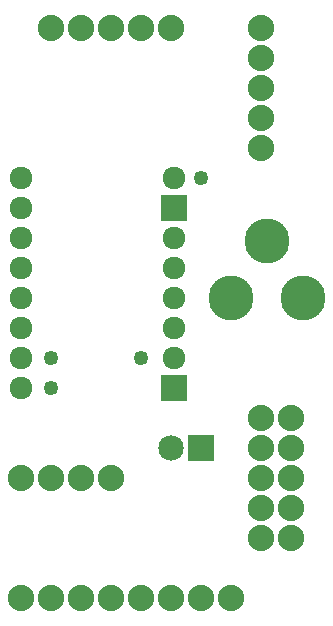
<source format=gbs>
G04 MADE WITH FRITZING*
G04 WWW.FRITZING.ORG*
G04 DOUBLE SIDED*
G04 HOLES PLATED*
G04 CONTOUR ON CENTER OF CONTOUR VECTOR*
%ASAXBY*%
%FSLAX23Y23*%
%MOIN*%
%OFA0B0*%
%SFA1.0B1.0*%
%ADD10C,0.088000*%
%ADD11C,0.049370*%
%ADD12C,0.085000*%
%ADD13C,0.150000*%
%ADD14C,0.075720*%
%ADD15R,0.085000X0.085000*%
%LNMASK0*%
G90*
G70*
G54D10*
X920Y2000D03*
X920Y1900D03*
X920Y1800D03*
X920Y1700D03*
X920Y1600D03*
G54D11*
X520Y900D03*
X720Y1500D03*
X220Y800D03*
X220Y900D03*
G54D10*
X120Y500D03*
X220Y500D03*
X320Y500D03*
X420Y500D03*
G54D12*
X720Y600D03*
X620Y600D03*
G54D10*
X220Y2000D03*
X320Y2000D03*
X420Y2000D03*
X520Y2000D03*
X620Y2000D03*
X820Y100D03*
X720Y100D03*
X620Y100D03*
X520Y100D03*
X420Y100D03*
X320Y100D03*
X220Y100D03*
X120Y100D03*
G54D13*
X820Y1100D03*
X1060Y1100D03*
X940Y1290D03*
G54D14*
X120Y1400D03*
X120Y1300D03*
X120Y1200D03*
X120Y1100D03*
X120Y1000D03*
X120Y900D03*
X120Y800D03*
X630Y800D03*
X120Y1500D03*
X630Y1300D03*
X630Y1200D03*
X630Y1100D03*
X630Y1000D03*
X630Y900D03*
X630Y1500D03*
X630Y1400D03*
G54D10*
X920Y700D03*
X920Y600D03*
X920Y500D03*
X920Y400D03*
X920Y300D03*
X920Y700D03*
X920Y600D03*
X920Y500D03*
X920Y400D03*
X920Y300D03*
X1020Y300D03*
X1020Y400D03*
X1020Y500D03*
X1020Y600D03*
X1020Y700D03*
G54D15*
X720Y600D03*
X630Y800D03*
X630Y1400D03*
G04 End of Mask0*
M02*
</source>
